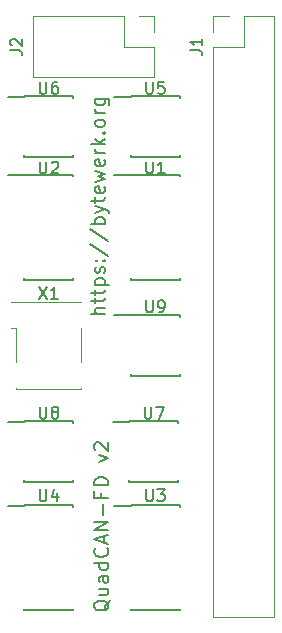
<source format=gto>
G04 #@! TF.GenerationSoftware,KiCad,Pcbnew,5.0.0-fee4fd1~66~ubuntu18.04.1*
G04 #@! TF.CreationDate,2018-09-10T21:16:37+02:00*
G04 #@! TF.ProjectId,QuadCAN-FD,5175616443414E2D46442E6B69636164,rev?*
G04 #@! TF.SameCoordinates,Original*
G04 #@! TF.FileFunction,Legend,Top*
G04 #@! TF.FilePolarity,Positive*
%FSLAX46Y46*%
G04 Gerber Fmt 4.6, Leading zero omitted, Abs format (unit mm)*
G04 Created by KiCad (PCBNEW 5.0.0-fee4fd1~66~ubuntu18.04.1) date Mon Sep 10 21:16:37 2018*
%MOMM*%
%LPD*%
G01*
G04 APERTURE LIST*
%ADD10C,0.200000*%
%ADD11C,0.150000*%
%ADD12C,0.120000*%
G04 APERTURE END LIST*
D10*
X91110357Y-49309285D02*
X89910357Y-49309285D01*
X91110357Y-48795000D02*
X90481785Y-48795000D01*
X90367500Y-48852142D01*
X90310357Y-48966428D01*
X90310357Y-49137857D01*
X90367500Y-49252142D01*
X90424642Y-49309285D01*
X90310357Y-48395000D02*
X90310357Y-47937857D01*
X89910357Y-48223571D02*
X90938928Y-48223571D01*
X91053214Y-48166428D01*
X91110357Y-48052142D01*
X91110357Y-47937857D01*
X90310357Y-47709285D02*
X90310357Y-47252142D01*
X89910357Y-47537857D02*
X90938928Y-47537857D01*
X91053214Y-47480714D01*
X91110357Y-47366428D01*
X91110357Y-47252142D01*
X90310357Y-46852142D02*
X91510357Y-46852142D01*
X90367500Y-46852142D02*
X90310357Y-46737857D01*
X90310357Y-46509285D01*
X90367500Y-46395000D01*
X90424642Y-46337857D01*
X90538928Y-46280714D01*
X90881785Y-46280714D01*
X90996071Y-46337857D01*
X91053214Y-46395000D01*
X91110357Y-46509285D01*
X91110357Y-46737857D01*
X91053214Y-46852142D01*
X91053214Y-45823571D02*
X91110357Y-45709285D01*
X91110357Y-45480714D01*
X91053214Y-45366428D01*
X90938928Y-45309285D01*
X90881785Y-45309285D01*
X90767500Y-45366428D01*
X90710357Y-45480714D01*
X90710357Y-45652142D01*
X90653214Y-45766428D01*
X90538928Y-45823571D01*
X90481785Y-45823571D01*
X90367500Y-45766428D01*
X90310357Y-45652142D01*
X90310357Y-45480714D01*
X90367500Y-45366428D01*
X90996071Y-44795000D02*
X91053214Y-44737857D01*
X91110357Y-44795000D01*
X91053214Y-44852142D01*
X90996071Y-44795000D01*
X91110357Y-44795000D01*
X90367500Y-44795000D02*
X90424642Y-44737857D01*
X90481785Y-44795000D01*
X90424642Y-44852142D01*
X90367500Y-44795000D01*
X90481785Y-44795000D01*
X89853214Y-43366428D02*
X91396071Y-44395000D01*
X89853214Y-42109285D02*
X91396071Y-43137857D01*
X91110357Y-41709285D02*
X89910357Y-41709285D01*
X90367500Y-41709285D02*
X90310357Y-41595000D01*
X90310357Y-41366428D01*
X90367500Y-41252142D01*
X90424642Y-41195000D01*
X90538928Y-41137857D01*
X90881785Y-41137857D01*
X90996071Y-41195000D01*
X91053214Y-41252142D01*
X91110357Y-41366428D01*
X91110357Y-41595000D01*
X91053214Y-41709285D01*
X90310357Y-40737857D02*
X91110357Y-40452142D01*
X90310357Y-40166428D02*
X91110357Y-40452142D01*
X91396071Y-40566428D01*
X91453214Y-40623571D01*
X91510357Y-40737857D01*
X90310357Y-39880714D02*
X90310357Y-39423571D01*
X89910357Y-39709285D02*
X90938928Y-39709285D01*
X91053214Y-39652142D01*
X91110357Y-39537857D01*
X91110357Y-39423571D01*
X91053214Y-38566428D02*
X91110357Y-38680714D01*
X91110357Y-38909285D01*
X91053214Y-39023571D01*
X90938928Y-39080714D01*
X90481785Y-39080714D01*
X90367500Y-39023571D01*
X90310357Y-38909285D01*
X90310357Y-38680714D01*
X90367500Y-38566428D01*
X90481785Y-38509285D01*
X90596071Y-38509285D01*
X90710357Y-39080714D01*
X90310357Y-38109285D02*
X91110357Y-37880714D01*
X90538928Y-37652142D01*
X91110357Y-37423571D01*
X90310357Y-37195000D01*
X91053214Y-36280714D02*
X91110357Y-36395000D01*
X91110357Y-36623571D01*
X91053214Y-36737857D01*
X90938928Y-36795000D01*
X90481785Y-36795000D01*
X90367500Y-36737857D01*
X90310357Y-36623571D01*
X90310357Y-36395000D01*
X90367500Y-36280714D01*
X90481785Y-36223571D01*
X90596071Y-36223571D01*
X90710357Y-36795000D01*
X91110357Y-35709285D02*
X90310357Y-35709285D01*
X90538928Y-35709285D02*
X90424642Y-35652142D01*
X90367500Y-35595000D01*
X90310357Y-35480714D01*
X90310357Y-35366428D01*
X91110357Y-34966428D02*
X89910357Y-34966428D01*
X90653214Y-34852142D02*
X91110357Y-34509285D01*
X90310357Y-34509285D02*
X90767500Y-34966428D01*
X90996071Y-33995000D02*
X91053214Y-33937857D01*
X91110357Y-33995000D01*
X91053214Y-34052142D01*
X90996071Y-33995000D01*
X91110357Y-33995000D01*
X91110357Y-33252142D02*
X91053214Y-33366428D01*
X90996071Y-33423571D01*
X90881785Y-33480714D01*
X90538928Y-33480714D01*
X90424642Y-33423571D01*
X90367500Y-33366428D01*
X90310357Y-33252142D01*
X90310357Y-33080714D01*
X90367500Y-32966428D01*
X90424642Y-32909285D01*
X90538928Y-32852142D01*
X90881785Y-32852142D01*
X90996071Y-32909285D01*
X91053214Y-32966428D01*
X91110357Y-33080714D01*
X91110357Y-33252142D01*
X91110357Y-32337857D02*
X90310357Y-32337857D01*
X90538928Y-32337857D02*
X90424642Y-32280714D01*
X90367500Y-32223571D01*
X90310357Y-32109285D01*
X90310357Y-31995000D01*
X90310357Y-31080714D02*
X91281785Y-31080714D01*
X91396071Y-31137857D01*
X91453214Y-31195000D01*
X91510357Y-31309285D01*
X91510357Y-31480714D01*
X91453214Y-31595000D01*
X91053214Y-31080714D02*
X91110357Y-31195000D01*
X91110357Y-31423571D01*
X91053214Y-31537857D01*
X90996071Y-31595000D01*
X90881785Y-31652142D01*
X90538928Y-31652142D01*
X90424642Y-31595000D01*
X90367500Y-31537857D01*
X90310357Y-31423571D01*
X90310357Y-31195000D01*
X90367500Y-31080714D01*
X91524642Y-73549285D02*
X91467500Y-73663571D01*
X91353214Y-73777857D01*
X91181785Y-73949285D01*
X91124642Y-74063571D01*
X91124642Y-74177857D01*
X91410357Y-74120714D02*
X91353214Y-74235000D01*
X91238928Y-74349285D01*
X91010357Y-74406428D01*
X90610357Y-74406428D01*
X90381785Y-74349285D01*
X90267500Y-74235000D01*
X90210357Y-74120714D01*
X90210357Y-73892142D01*
X90267500Y-73777857D01*
X90381785Y-73663571D01*
X90610357Y-73606428D01*
X91010357Y-73606428D01*
X91238928Y-73663571D01*
X91353214Y-73777857D01*
X91410357Y-73892142D01*
X91410357Y-74120714D01*
X90610357Y-72577857D02*
X91410357Y-72577857D01*
X90610357Y-73092142D02*
X91238928Y-73092142D01*
X91353214Y-73035000D01*
X91410357Y-72920714D01*
X91410357Y-72749285D01*
X91353214Y-72635000D01*
X91296071Y-72577857D01*
X91410357Y-71492142D02*
X90781785Y-71492142D01*
X90667500Y-71549285D01*
X90610357Y-71663571D01*
X90610357Y-71892142D01*
X90667500Y-72006428D01*
X91353214Y-71492142D02*
X91410357Y-71606428D01*
X91410357Y-71892142D01*
X91353214Y-72006428D01*
X91238928Y-72063571D01*
X91124642Y-72063571D01*
X91010357Y-72006428D01*
X90953214Y-71892142D01*
X90953214Y-71606428D01*
X90896071Y-71492142D01*
X91410357Y-70406428D02*
X90210357Y-70406428D01*
X91353214Y-70406428D02*
X91410357Y-70520714D01*
X91410357Y-70749285D01*
X91353214Y-70863571D01*
X91296071Y-70920714D01*
X91181785Y-70977857D01*
X90838928Y-70977857D01*
X90724642Y-70920714D01*
X90667500Y-70863571D01*
X90610357Y-70749285D01*
X90610357Y-70520714D01*
X90667500Y-70406428D01*
X91296071Y-69149285D02*
X91353214Y-69206428D01*
X91410357Y-69377857D01*
X91410357Y-69492142D01*
X91353214Y-69663571D01*
X91238928Y-69777857D01*
X91124642Y-69835000D01*
X90896071Y-69892142D01*
X90724642Y-69892142D01*
X90496071Y-69835000D01*
X90381785Y-69777857D01*
X90267500Y-69663571D01*
X90210357Y-69492142D01*
X90210357Y-69377857D01*
X90267500Y-69206428D01*
X90324642Y-69149285D01*
X91067500Y-68692142D02*
X91067500Y-68120714D01*
X91410357Y-68806428D02*
X90210357Y-68406428D01*
X91410357Y-68006428D01*
X91410357Y-67606428D02*
X90210357Y-67606428D01*
X91410357Y-66920714D01*
X90210357Y-66920714D01*
X90953214Y-66349285D02*
X90953214Y-65435000D01*
X90781785Y-64463571D02*
X90781785Y-64863571D01*
X91410357Y-64863571D02*
X90210357Y-64863571D01*
X90210357Y-64292142D01*
X91410357Y-63835000D02*
X90210357Y-63835000D01*
X90210357Y-63549285D01*
X90267500Y-63377857D01*
X90381785Y-63263571D01*
X90496071Y-63206428D01*
X90724642Y-63149285D01*
X90896071Y-63149285D01*
X91124642Y-63206428D01*
X91238928Y-63263571D01*
X91353214Y-63377857D01*
X91410357Y-63549285D01*
X91410357Y-63835000D01*
X90610357Y-61835000D02*
X91410357Y-61549285D01*
X90610357Y-61263571D01*
X90324642Y-60863571D02*
X90267500Y-60806428D01*
X90210357Y-60692142D01*
X90210357Y-60406428D01*
X90267500Y-60292142D01*
X90324642Y-60235000D01*
X90438928Y-60177857D01*
X90553214Y-60177857D01*
X90724642Y-60235000D01*
X91410357Y-60920714D01*
X91410357Y-60177857D01*
D11*
G04 #@! TO.C,U9*
X93292500Y-49390000D02*
X93292500Y-49440000D01*
X97442500Y-49390000D02*
X97442500Y-49535000D01*
X97442500Y-54540000D02*
X97442500Y-54395000D01*
X93292500Y-54540000D02*
X93292500Y-54395000D01*
X93292500Y-49390000D02*
X97442500Y-49390000D01*
X93292500Y-54540000D02*
X97442500Y-54540000D01*
X93292500Y-49440000D02*
X91892500Y-49440000D01*
D12*
G04 #@! TO.C,X1*
X89107500Y-55605000D02*
X89107500Y-55665000D01*
X89107500Y-55665000D02*
X83627500Y-55665000D01*
X83627500Y-55665000D02*
X83627500Y-55605000D01*
X89107500Y-50525000D02*
X89107500Y-53405000D01*
X83167500Y-48325000D02*
X83627500Y-48325000D01*
X83627500Y-48325000D02*
X83627500Y-48265000D01*
X83627500Y-48265000D02*
X89107500Y-48265000D01*
X89107500Y-48265000D02*
X89107500Y-48325000D01*
X83627500Y-53405000D02*
X83627500Y-50525000D01*
X83627500Y-50525000D02*
X83167500Y-50525000D01*
G04 #@! TO.C,J1*
X100270000Y-74990000D02*
X105470000Y-74990000D01*
X100270000Y-26670000D02*
X100270000Y-74990000D01*
X105470000Y-24070000D02*
X105470000Y-74990000D01*
X100270000Y-26670000D02*
X102870000Y-26670000D01*
X102870000Y-26670000D02*
X102870000Y-24070000D01*
X102870000Y-24070000D02*
X105470000Y-24070000D01*
X100270000Y-25400000D02*
X100270000Y-24070000D01*
X100270000Y-24070000D02*
X101600000Y-24070000D01*
G04 #@! TO.C,J2*
X85030000Y-24070000D02*
X85030000Y-29270000D01*
X92710000Y-24070000D02*
X85030000Y-24070000D01*
X95310000Y-29270000D02*
X85030000Y-29270000D01*
X92710000Y-24070000D02*
X92710000Y-26670000D01*
X92710000Y-26670000D02*
X95310000Y-26670000D01*
X95310000Y-26670000D02*
X95310000Y-29270000D01*
X93980000Y-24070000D02*
X95310000Y-24070000D01*
X95310000Y-24070000D02*
X95310000Y-25400000D01*
D11*
G04 #@! TO.C,U1*
X93292500Y-37515000D02*
X93292500Y-37540000D01*
X97442500Y-37515000D02*
X97442500Y-37630000D01*
X97442500Y-46415000D02*
X97442500Y-46300000D01*
X93292500Y-46415000D02*
X93292500Y-46300000D01*
X93292500Y-37515000D02*
X97442500Y-37515000D01*
X93292500Y-46415000D02*
X97442500Y-46415000D01*
X93292500Y-37540000D02*
X91917500Y-37540000D01*
G04 #@! TO.C,U2*
X84292500Y-37540000D02*
X82917500Y-37540000D01*
X84292500Y-46415000D02*
X88442500Y-46415000D01*
X84292500Y-37515000D02*
X88442500Y-37515000D01*
X84292500Y-46415000D02*
X84292500Y-46300000D01*
X88442500Y-46415000D02*
X88442500Y-46300000D01*
X88442500Y-37515000D02*
X88442500Y-37630000D01*
X84292500Y-37515000D02*
X84292500Y-37540000D01*
G04 #@! TO.C,U3*
X93292500Y-65515000D02*
X93292500Y-65540000D01*
X97442500Y-65515000D02*
X97442500Y-65630000D01*
X97442500Y-74415000D02*
X97442500Y-74300000D01*
X93292500Y-74415000D02*
X93292500Y-74300000D01*
X93292500Y-65515000D02*
X97442500Y-65515000D01*
X93292500Y-74415000D02*
X97442500Y-74415000D01*
X93292500Y-65540000D02*
X91917500Y-65540000D01*
G04 #@! TO.C,U4*
X84292500Y-65540000D02*
X82917500Y-65540000D01*
X84292500Y-74415000D02*
X88442500Y-74415000D01*
X84292500Y-65515000D02*
X88442500Y-65515000D01*
X84292500Y-74415000D02*
X84292500Y-74300000D01*
X88442500Y-74415000D02*
X88442500Y-74300000D01*
X88442500Y-65515000D02*
X88442500Y-65630000D01*
X84292500Y-65515000D02*
X84292500Y-65540000D01*
G04 #@! TO.C,U5*
X93292500Y-30940000D02*
X91892500Y-30940000D01*
X93292500Y-36040000D02*
X97442500Y-36040000D01*
X93292500Y-30890000D02*
X97442500Y-30890000D01*
X93292500Y-36040000D02*
X93292500Y-35895000D01*
X97442500Y-36040000D02*
X97442500Y-35895000D01*
X97442500Y-30890000D02*
X97442500Y-31035000D01*
X93292500Y-30890000D02*
X93292500Y-30940000D01*
G04 #@! TO.C,U6*
X84292500Y-30890000D02*
X84292500Y-30940000D01*
X88442500Y-30890000D02*
X88442500Y-31035000D01*
X88442500Y-36040000D02*
X88442500Y-35895000D01*
X84292500Y-36040000D02*
X84292500Y-35895000D01*
X84292500Y-30890000D02*
X88442500Y-30890000D01*
X84292500Y-36040000D02*
X88442500Y-36040000D01*
X84292500Y-30940000D02*
X82892500Y-30940000D01*
G04 #@! TO.C,U7*
X93175000Y-58435000D02*
X91775000Y-58435000D01*
X93175000Y-63535000D02*
X97325000Y-63535000D01*
X93175000Y-58385000D02*
X97325000Y-58385000D01*
X93175000Y-63535000D02*
X93175000Y-63390000D01*
X97325000Y-63535000D02*
X97325000Y-63390000D01*
X97325000Y-58385000D02*
X97325000Y-58530000D01*
X93175000Y-58385000D02*
X93175000Y-58435000D01*
G04 #@! TO.C,U8*
X84285000Y-58390000D02*
X84285000Y-58440000D01*
X88435000Y-58390000D02*
X88435000Y-58535000D01*
X88435000Y-63540000D02*
X88435000Y-63395000D01*
X84285000Y-63540000D02*
X84285000Y-63395000D01*
X84285000Y-58390000D02*
X88435000Y-58390000D01*
X84285000Y-63540000D02*
X88435000Y-63540000D01*
X84285000Y-58440000D02*
X82885000Y-58440000D01*
G04 #@! TO.C,U9*
X94605595Y-48167380D02*
X94605595Y-48976904D01*
X94653214Y-49072142D01*
X94700833Y-49119761D01*
X94796071Y-49167380D01*
X94986547Y-49167380D01*
X95081785Y-49119761D01*
X95129404Y-49072142D01*
X95177023Y-48976904D01*
X95177023Y-48167380D01*
X95700833Y-49167380D02*
X95891309Y-49167380D01*
X95986547Y-49119761D01*
X96034166Y-49072142D01*
X96129404Y-48929285D01*
X96177023Y-48738809D01*
X96177023Y-48357857D01*
X96129404Y-48262619D01*
X96081785Y-48215000D01*
X95986547Y-48167380D01*
X95796071Y-48167380D01*
X95700833Y-48215000D01*
X95653214Y-48262619D01*
X95605595Y-48357857D01*
X95605595Y-48595952D01*
X95653214Y-48691190D01*
X95700833Y-48738809D01*
X95796071Y-48786428D01*
X95986547Y-48786428D01*
X96081785Y-48738809D01*
X96129404Y-48691190D01*
X96177023Y-48595952D01*
G04 #@! TO.C,X1*
X85557976Y-47017380D02*
X86224642Y-48017380D01*
X86224642Y-47017380D02*
X85557976Y-48017380D01*
X87129404Y-48017380D02*
X86557976Y-48017380D01*
X86843690Y-48017380D02*
X86843690Y-47017380D01*
X86748452Y-47160238D01*
X86653214Y-47255476D01*
X86557976Y-47303095D01*
G04 #@! TO.C,J1*
X98359880Y-27003333D02*
X99074166Y-27003333D01*
X99217023Y-27050952D01*
X99312261Y-27146190D01*
X99359880Y-27289047D01*
X99359880Y-27384285D01*
X99359880Y-26003333D02*
X99359880Y-26574761D01*
X99359880Y-26289047D02*
X98359880Y-26289047D01*
X98502738Y-26384285D01*
X98597976Y-26479523D01*
X98645595Y-26574761D01*
G04 #@! TO.C,J2*
X83119880Y-27003333D02*
X83834166Y-27003333D01*
X83977023Y-27050952D01*
X84072261Y-27146190D01*
X84119880Y-27289047D01*
X84119880Y-27384285D01*
X83215119Y-26574761D02*
X83167500Y-26527142D01*
X83119880Y-26431904D01*
X83119880Y-26193809D01*
X83167500Y-26098571D01*
X83215119Y-26050952D01*
X83310357Y-26003333D01*
X83405595Y-26003333D01*
X83548452Y-26050952D01*
X84119880Y-26622380D01*
X84119880Y-26003333D01*
G04 #@! TO.C,U1*
X94605595Y-36417380D02*
X94605595Y-37226904D01*
X94653214Y-37322142D01*
X94700833Y-37369761D01*
X94796071Y-37417380D01*
X94986547Y-37417380D01*
X95081785Y-37369761D01*
X95129404Y-37322142D01*
X95177023Y-37226904D01*
X95177023Y-36417380D01*
X96177023Y-37417380D02*
X95605595Y-37417380D01*
X95891309Y-37417380D02*
X95891309Y-36417380D01*
X95796071Y-36560238D01*
X95700833Y-36655476D01*
X95605595Y-36703095D01*
G04 #@! TO.C,U2*
X85605595Y-36417380D02*
X85605595Y-37226904D01*
X85653214Y-37322142D01*
X85700833Y-37369761D01*
X85796071Y-37417380D01*
X85986547Y-37417380D01*
X86081785Y-37369761D01*
X86129404Y-37322142D01*
X86177023Y-37226904D01*
X86177023Y-36417380D01*
X86605595Y-36512619D02*
X86653214Y-36465000D01*
X86748452Y-36417380D01*
X86986547Y-36417380D01*
X87081785Y-36465000D01*
X87129404Y-36512619D01*
X87177023Y-36607857D01*
X87177023Y-36703095D01*
X87129404Y-36845952D01*
X86557976Y-37417380D01*
X87177023Y-37417380D01*
G04 #@! TO.C,U3*
X94605595Y-64167380D02*
X94605595Y-64976904D01*
X94653214Y-65072142D01*
X94700833Y-65119761D01*
X94796071Y-65167380D01*
X94986547Y-65167380D01*
X95081785Y-65119761D01*
X95129404Y-65072142D01*
X95177023Y-64976904D01*
X95177023Y-64167380D01*
X95557976Y-64167380D02*
X96177023Y-64167380D01*
X95843690Y-64548333D01*
X95986547Y-64548333D01*
X96081785Y-64595952D01*
X96129404Y-64643571D01*
X96177023Y-64738809D01*
X96177023Y-64976904D01*
X96129404Y-65072142D01*
X96081785Y-65119761D01*
X95986547Y-65167380D01*
X95700833Y-65167380D01*
X95605595Y-65119761D01*
X95557976Y-65072142D01*
G04 #@! TO.C,U4*
X85605595Y-64167380D02*
X85605595Y-64976904D01*
X85653214Y-65072142D01*
X85700833Y-65119761D01*
X85796071Y-65167380D01*
X85986547Y-65167380D01*
X86081785Y-65119761D01*
X86129404Y-65072142D01*
X86177023Y-64976904D01*
X86177023Y-64167380D01*
X87081785Y-64500714D02*
X87081785Y-65167380D01*
X86843690Y-64119761D02*
X86605595Y-64834047D01*
X87224642Y-64834047D01*
G04 #@! TO.C,U5*
X94605595Y-29667380D02*
X94605595Y-30476904D01*
X94653214Y-30572142D01*
X94700833Y-30619761D01*
X94796071Y-30667380D01*
X94986547Y-30667380D01*
X95081785Y-30619761D01*
X95129404Y-30572142D01*
X95177023Y-30476904D01*
X95177023Y-29667380D01*
X96129404Y-29667380D02*
X95653214Y-29667380D01*
X95605595Y-30143571D01*
X95653214Y-30095952D01*
X95748452Y-30048333D01*
X95986547Y-30048333D01*
X96081785Y-30095952D01*
X96129404Y-30143571D01*
X96177023Y-30238809D01*
X96177023Y-30476904D01*
X96129404Y-30572142D01*
X96081785Y-30619761D01*
X95986547Y-30667380D01*
X95748452Y-30667380D01*
X95653214Y-30619761D01*
X95605595Y-30572142D01*
G04 #@! TO.C,U6*
X85605595Y-29667380D02*
X85605595Y-30476904D01*
X85653214Y-30572142D01*
X85700833Y-30619761D01*
X85796071Y-30667380D01*
X85986547Y-30667380D01*
X86081785Y-30619761D01*
X86129404Y-30572142D01*
X86177023Y-30476904D01*
X86177023Y-29667380D01*
X87081785Y-29667380D02*
X86891309Y-29667380D01*
X86796071Y-29715000D01*
X86748452Y-29762619D01*
X86653214Y-29905476D01*
X86605595Y-30095952D01*
X86605595Y-30476904D01*
X86653214Y-30572142D01*
X86700833Y-30619761D01*
X86796071Y-30667380D01*
X86986547Y-30667380D01*
X87081785Y-30619761D01*
X87129404Y-30572142D01*
X87177023Y-30476904D01*
X87177023Y-30238809D01*
X87129404Y-30143571D01*
X87081785Y-30095952D01*
X86986547Y-30048333D01*
X86796071Y-30048333D01*
X86700833Y-30095952D01*
X86653214Y-30143571D01*
X86605595Y-30238809D01*
G04 #@! TO.C,U7*
X94488095Y-57167380D02*
X94488095Y-57976904D01*
X94535714Y-58072142D01*
X94583333Y-58119761D01*
X94678571Y-58167380D01*
X94869047Y-58167380D01*
X94964285Y-58119761D01*
X95011904Y-58072142D01*
X95059523Y-57976904D01*
X95059523Y-57167380D01*
X95440476Y-57167380D02*
X96107142Y-57167380D01*
X95678571Y-58167380D01*
G04 #@! TO.C,U8*
X85605595Y-57167380D02*
X85605595Y-57976904D01*
X85653214Y-58072142D01*
X85700833Y-58119761D01*
X85796071Y-58167380D01*
X85986547Y-58167380D01*
X86081785Y-58119761D01*
X86129404Y-58072142D01*
X86177023Y-57976904D01*
X86177023Y-57167380D01*
X86796071Y-57595952D02*
X86700833Y-57548333D01*
X86653214Y-57500714D01*
X86605595Y-57405476D01*
X86605595Y-57357857D01*
X86653214Y-57262619D01*
X86700833Y-57215000D01*
X86796071Y-57167380D01*
X86986547Y-57167380D01*
X87081785Y-57215000D01*
X87129404Y-57262619D01*
X87177023Y-57357857D01*
X87177023Y-57405476D01*
X87129404Y-57500714D01*
X87081785Y-57548333D01*
X86986547Y-57595952D01*
X86796071Y-57595952D01*
X86700833Y-57643571D01*
X86653214Y-57691190D01*
X86605595Y-57786428D01*
X86605595Y-57976904D01*
X86653214Y-58072142D01*
X86700833Y-58119761D01*
X86796071Y-58167380D01*
X86986547Y-58167380D01*
X87081785Y-58119761D01*
X87129404Y-58072142D01*
X87177023Y-57976904D01*
X87177023Y-57786428D01*
X87129404Y-57691190D01*
X87081785Y-57643571D01*
X86986547Y-57595952D01*
G04 #@! TD*
M02*

</source>
